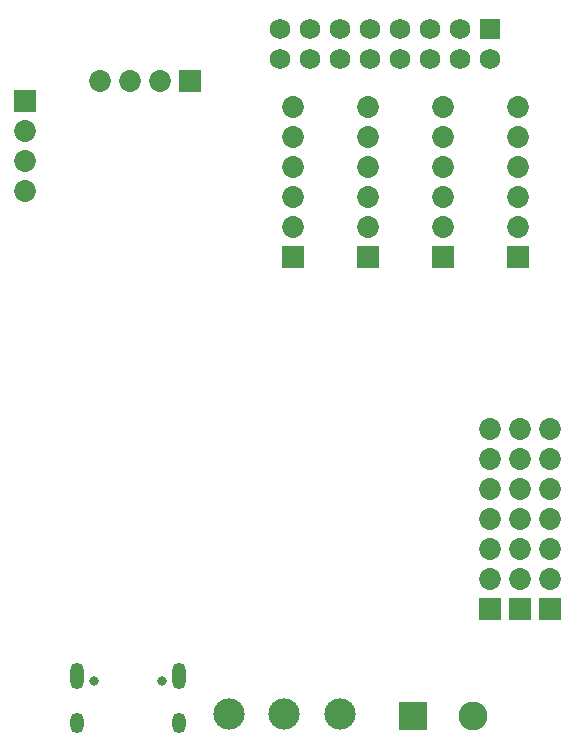
<source format=gbs>
G04*
G04 #@! TF.GenerationSoftware,Altium Limited,Altium Designer,21.0.8 (223)*
G04*
G04 Layer_Color=16711935*
%FSLAX25Y25*%
%MOIN*%
G70*
G04*
G04 #@! TF.SameCoordinates,D9C85E8D-87DC-48F8-A205-D673694C3913*
G04*
G04*
G04 #@! TF.FilePolarity,Negative*
G04*
G01*
G75*
%ADD89C,0.06899*%
%ADD90R,0.06899X0.06899*%
%ADD91C,0.09655*%
%ADD92R,0.09655X0.09655*%
%ADD93C,0.07293*%
%ADD94R,0.07293X0.07293*%
%ADD95O,0.04537X0.08868*%
%ADD96O,0.04537X0.06899*%
%ADD97C,0.03159*%
%ADD98C,0.00600*%
%ADD99C,0.10443*%
%ADD100R,0.07293X0.07293*%
D89*
X83500Y218091D02*
D03*
X93500D02*
D03*
X103500D02*
D03*
X143500Y228091D02*
D03*
Y218091D02*
D03*
X133500D02*
D03*
Y228091D02*
D03*
X123500D02*
D03*
Y218091D02*
D03*
X83500Y228091D02*
D03*
X93500D02*
D03*
X103500D02*
D03*
X113500D02*
D03*
Y218091D02*
D03*
X153500D02*
D03*
D90*
Y228091D02*
D03*
D91*
X148000Y-909D02*
D03*
D92*
X128000D02*
D03*
D93*
X173500Y94500D02*
D03*
Y44500D02*
D03*
Y54500D02*
D03*
Y64500D02*
D03*
Y74500D02*
D03*
Y84500D02*
D03*
X153500Y94500D02*
D03*
Y44500D02*
D03*
Y54500D02*
D03*
Y64500D02*
D03*
Y74500D02*
D03*
Y84500D02*
D03*
X163500Y94500D02*
D03*
Y44500D02*
D03*
Y54500D02*
D03*
Y64500D02*
D03*
Y74500D02*
D03*
Y84500D02*
D03*
X-1500Y194091D02*
D03*
Y184091D02*
D03*
Y174091D02*
D03*
X23500Y210591D02*
D03*
X33500D02*
D03*
X43500D02*
D03*
X163000Y202091D02*
D03*
Y162091D02*
D03*
Y172091D02*
D03*
Y182091D02*
D03*
Y192091D02*
D03*
X138000Y202091D02*
D03*
Y162091D02*
D03*
Y172091D02*
D03*
Y182091D02*
D03*
Y192091D02*
D03*
X113000Y202091D02*
D03*
Y162091D02*
D03*
Y172091D02*
D03*
Y182091D02*
D03*
Y192091D02*
D03*
X88000Y202091D02*
D03*
Y162091D02*
D03*
Y172091D02*
D03*
Y182091D02*
D03*
Y192091D02*
D03*
D94*
X173500Y34500D02*
D03*
X153500D02*
D03*
X163500D02*
D03*
X-1500Y204091D02*
D03*
D95*
X15972Y12417D02*
D03*
X50027D02*
D03*
D96*
X15972Y-3331D02*
D03*
X50027D02*
D03*
D97*
X44378Y10449D02*
D03*
X21622D02*
D03*
D98*
X0Y223091D02*
D03*
X167220D02*
D03*
X0Y0D02*
D03*
X167220D02*
D03*
D99*
X84996Y-409D02*
D03*
X66492D02*
D03*
X103500D02*
D03*
D100*
X53500Y210591D02*
D03*
X163000Y152091D02*
D03*
X138000D02*
D03*
X113000D02*
D03*
X88000D02*
D03*
M02*

</source>
